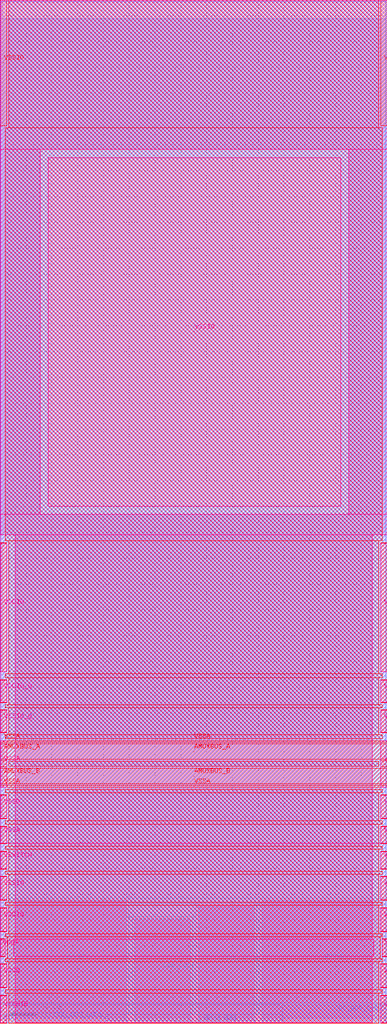
<source format=lef>
VERSION 5.7 ;
  NOWIREEXTENSIONATPIN ON ;
  DIVIDERCHAR "/" ;
  BUSBITCHARS "[]" ;
MACRO sky130_ef_io__vssio_lvc_pad
  CLASS PAD POWER ;
  FOREIGN sky130_ef_io__vssio_lvc_pad ;
  ORIGIN 0.000 0.000 ;
  SIZE 75.000 BY 197.965 ;
  PIN AMUXBUS_A
    DIRECTION INOUT ;
    USE SIGNAL ;
    PORT
      LAYER met4 ;
        RECT 0.000 51.090 75.000 54.070 ;
    END
    PORT
      LAYER met4 ;
        RECT 0.000 51.090 1.270 54.070 ;
    END
  END AMUXBUS_A
  PIN AMUXBUS_B
    DIRECTION INOUT ;
    USE SIGNAL ;
    PORT
      LAYER met4 ;
        RECT 0.000 46.330 75.000 49.310 ;
    END
    PORT
      LAYER met4 ;
        RECT 0.000 46.330 1.270 49.310 ;
    END
  END AMUXBUS_B
  PIN DRN_LVC1
    DIRECTION INOUT ;
    USE POWER ;
    PORT
      LAYER met3 ;
        RECT 26.000 -0.035 36.880 20.185 ;
    END
  END DRN_LVC1
  PIN DRN_LVC2
    DIRECTION INOUT ;
    USE POWER ;
    PORT
      LAYER met3 ;
        RECT 38.380 -0.035 49.255 22.865 ;
    END
  END DRN_LVC2
  PIN SRC_BDY_LVC1
    DIRECTION INOUT ;
    USE GROUND ;
    PORT
      LAYER met2 ;
        RECT 0.500 -0.035 20.495 1.450 ;
    END
  END SRC_BDY_LVC1
  PIN SRC_BDY_LVC2
    DIRECTION INOUT ;
    USE GROUND ;
    PORT
      LAYER met2 ;
        RECT 54.715 -0.035 74.700 3.625 ;
    END
  END SRC_BDY_LVC2
  PIN BDY2_B2B
    DIRECTION INOUT ;
    USE GROUND ;
    PORT
      LAYER met2 ;
        RECT 34.440 -0.035 44.440 0.290 ;
    END
  END BDY2_B2B
  PIN VSSA
    DIRECTION INOUT ;
    USE GROUND ;
    PORT
      LAYER met5 ;
        RECT 73.730 45.700 75.000 54.700 ;
    END
    PORT
      LAYER met5 ;
        RECT 73.730 34.805 75.000 38.050 ;
    END
    PORT
      LAYER met5 ;
        RECT 0.000 45.700 1.270 54.700 ;
    END
    PORT
      LAYER met5 ;
        RECT 0.000 34.805 1.270 38.050 ;
    END
    PORT
      LAYER met4 ;
        RECT 73.730 49.610 75.000 50.790 ;
    END
    PORT
      LAYER met4 ;
        RECT 0.000 54.370 75.000 54.700 ;
    END
    PORT
      LAYER met4 ;
        RECT 0.000 45.700 75.000 46.030 ;
    END
    PORT
      LAYER met4 ;
        RECT 73.730 34.700 75.000 38.150 ;
    END
    PORT
      LAYER met4 ;
        RECT 0.000 45.700 1.270 46.030 ;
    END
    PORT
      LAYER met4 ;
        RECT 0.000 49.610 1.270 50.790 ;
    END
    PORT
      LAYER met4 ;
        RECT 0.000 54.370 1.270 54.700 ;
    END
    PORT
      LAYER met4 ;
        RECT 0.000 34.700 1.270 38.150 ;
    END
  END VSSA
  PIN VDDA
    DIRECTION INOUT ;
    USE POWER ;
    PORT
      LAYER met5 ;
        RECT 74.035 13.000 75.000 16.250 ;
    END
    PORT
      LAYER met5 ;
        RECT 0.000 13.000 0.965 16.250 ;
    END
    PORT
      LAYER met4 ;
        RECT 74.035 12.900 75.000 16.350 ;
    END
    PORT
      LAYER met4 ;
        RECT 0.000 12.900 0.965 16.350 ;
    END
  END VDDA
  PIN VSWITCH
    DIRECTION INOUT ;
    USE POWER ;
    PORT
      LAYER met5 ;
        RECT 73.730 29.950 75.000 33.200 ;
    END
    PORT
      LAYER met5 ;
        RECT 0.000 29.950 1.270 33.200 ;
    END
    PORT
      LAYER met4 ;
        RECT 73.730 29.850 75.000 33.300 ;
    END
    PORT
      LAYER met4 ;
        RECT 0.000 29.850 1.270 33.300 ;
    END
  END VSWITCH
  PIN VDDIO_Q
    DIRECTION INOUT ;
    USE POWER ;
    PORT
      LAYER met5 ;
        RECT 73.730 62.150 75.000 66.400 ;
    END
    PORT
      LAYER met5 ;
        RECT 0.000 62.150 1.270 66.400 ;
    END
    PORT
      LAYER met4 ;
        RECT 73.730 62.050 75.000 66.500 ;
    END
    PORT
      LAYER met4 ;
        RECT 0.000 62.050 1.270 66.500 ;
    END
  END VDDIO_Q
  PIN VCCHIB
    DIRECTION INOUT ;
    USE POWER ;
    PORT
      LAYER met5 ;
        RECT 73.730 0.100 75.000 5.350 ;
    END
    PORT
      LAYER met5 ;
        RECT 0.000 0.100 1.270 5.350 ;
    END
    PORT
      LAYER met4 ;
        RECT 73.730 0.000 75.000 5.450 ;
    END
    PORT
      LAYER met4 ;
        RECT 0.000 0.000 1.270 5.450 ;
    END
  END VCCHIB
  PIN VDDIO
    DIRECTION INOUT ;
    USE POWER ;
    PORT
      LAYER met5 ;
        RECT 73.730 68.000 75.000 92.950 ;
    END
    PORT
      LAYER met5 ;
        RECT 73.730 17.850 75.000 22.300 ;
    END
    PORT
      LAYER met5 ;
        RECT 0.000 68.000 1.270 92.950 ;
    END
    PORT
      LAYER met5 ;
        RECT 0.000 17.850 1.270 22.300 ;
    END
    PORT
      LAYER met4 ;
        RECT 73.730 17.750 75.000 22.400 ;
    END
    PORT
      LAYER met4 ;
        RECT 73.730 68.000 75.000 92.965 ;
    END
    PORT
      LAYER met4 ;
        RECT 0.000 17.750 1.270 22.400 ;
    END
    PORT
      LAYER met4 ;
        RECT 0.000 68.000 1.270 92.965 ;
    END
  END VDDIO
  PIN VCCD
    DIRECTION INOUT ;
    USE POWER ;
    PORT
      LAYER met5 ;
        RECT 73.730 6.950 75.000 11.400 ;
    END
    PORT
      LAYER met5 ;
        RECT 0.000 6.950 1.270 11.400 ;
    END
    PORT
      LAYER met4 ;
        RECT 73.730 6.850 75.000 11.500 ;
    END
    PORT
      LAYER met4 ;
        RECT 0.000 6.850 1.270 11.500 ;
    END
  END VCCD
  PIN VSSIO
    DIRECTION INOUT ;
    USE GROUND ;
    PORT
      LAYER met5 ;
        RECT 9.315 100.105 65.955 167.535 ;
    END
    PORT
      LAYER met3 ;
        RECT 50.755 -0.035 74.700 23.815 ;
    END
    PORT
      LAYER met3 ;
        RECT 0.500 -0.035 24.500 23.815 ;
    END
    PORT
      LAYER met5 ;
        RECT 73.730 23.900 75.000 28.350 ;
    END
    PORT
      LAYER met5 ;
        RECT 0.000 23.900 1.270 28.350 ;
    END
    PORT
      LAYER met4 ;
        RECT 73.730 23.800 75.000 28.450 ;
    END
    PORT
      LAYER met4 ;
        RECT 73.730 173.750 75.000 197.965 ;
    END
    PORT
      LAYER met4 ;
        RECT 0.000 173.750 1.270 197.965 ;
    END
    PORT
      LAYER met4 ;
        RECT 0.000 23.800 1.270 28.450 ;
    END
  END VSSIO
  PIN VSSD
    DIRECTION INOUT ;
    USE GROUND ;
    PORT
      LAYER met5 ;
        RECT 73.730 39.650 75.000 44.100 ;
    END
    PORT
      LAYER met5 ;
        RECT 0.000 39.650 1.270 44.100 ;
    END
    PORT
      LAYER met4 ;
        RECT 73.730 39.550 75.000 44.200 ;
    END
    PORT
      LAYER met4 ;
        RECT 0.000 39.550 1.270 44.200 ;
    END
  END VSSD
  PIN VSSIO_Q
    DIRECTION INOUT ;
    USE GROUND ;
    PORT
      LAYER met5 ;
        RECT 73.730 56.300 75.000 60.550 ;
    END
    PORT
      LAYER met5 ;
        RECT 0.000 56.300 1.270 60.550 ;
    END
    PORT
      LAYER met4 ;
        RECT 73.730 56.200 75.000 60.650 ;
    END
    PORT
      LAYER met4 ;
        RECT 0.000 56.200 1.270 60.650 ;
    END
  END VSSIO_Q
  OBS
      LAYER li1 ;
        RECT 0.240 0.985 74.755 197.745 ;
      LAYER met1 ;
        RECT 0.120 0.000 74.785 197.805 ;
        RECT 16.655 -0.035 25.635 0.000 ;
        POLYGON 25.635 0.000 25.670 0.000 25.635 -0.035 ;
        RECT 26.210 -0.035 27.700 0.000 ;
        POLYGON 28.235 0.000 28.270 0.000 28.270 -0.035 ;
        RECT 28.270 -0.035 56.565 0.000 ;
      LAYER met2 ;
        RECT 0.500 3.905 74.700 194.395 ;
        RECT 0.500 3.625 54.435 3.905 ;
        RECT 0.500 1.730 54.715 3.625 ;
        RECT 20.775 0.570 54.715 1.730 ;
        RECT 20.775 0.005 34.160 0.570 ;
        RECT 44.720 0.005 54.715 0.570 ;
        RECT 20.775 0.000 34.440 0.005 ;
        RECT 20.925 -0.035 34.440 0.000 ;
        RECT 44.440 0.000 54.715 0.005 ;
        RECT 44.440 -0.035 53.535 0.000 ;
        RECT 54.095 -0.035 54.715 0.000 ;
      LAYER met3 ;
        RECT 0.490 24.215 74.700 197.965 ;
        RECT 24.900 23.265 50.355 24.215 ;
        RECT 24.900 20.585 37.980 23.265 ;
        RECT 24.900 1.695 25.600 20.585 ;
        RECT 37.280 1.695 37.980 20.585 ;
        RECT 49.655 1.695 50.355 23.265 ;
      LAYER met4 ;
        RECT 1.670 173.350 73.330 197.965 ;
        RECT 0.965 93.365 74.035 173.350 ;
        RECT 1.670 67.600 73.330 93.365 ;
        RECT 0.965 66.900 74.035 67.600 ;
        RECT 1.670 61.650 73.330 66.900 ;
        RECT 0.965 61.050 74.035 61.650 ;
        RECT 1.670 55.800 73.330 61.050 ;
        RECT 0.965 55.100 74.035 55.800 ;
        RECT 1.670 49.710 73.330 50.690 ;
        RECT 0.965 44.600 74.035 45.300 ;
        RECT 1.670 39.150 73.330 44.600 ;
        RECT 0.965 38.550 74.035 39.150 ;
        RECT 1.670 34.300 73.330 38.550 ;
        RECT 0.965 33.700 74.035 34.300 ;
        RECT 1.670 29.450 73.330 33.700 ;
        RECT 0.965 28.850 74.035 29.450 ;
        RECT 1.670 23.400 73.330 28.850 ;
        RECT 0.965 22.800 74.035 23.400 ;
        RECT 1.670 17.350 73.330 22.800 ;
        RECT 0.965 16.750 74.035 17.350 ;
        RECT 1.365 12.500 73.635 16.750 ;
        RECT 0.965 11.900 74.035 12.500 ;
        RECT 1.670 6.450 73.330 11.900 ;
        RECT 0.965 5.850 74.035 6.450 ;
        RECT 1.670 0.000 73.330 5.850 ;
      LAYER met5 ;
        RECT 0.000 169.135 75.000 197.965 ;
        RECT 0.000 98.505 7.715 169.135 ;
        RECT 67.555 98.505 75.000 169.135 ;
        RECT 0.000 94.550 75.000 98.505 ;
        RECT 2.870 34.805 72.130 94.550 ;
        RECT 0.000 34.800 75.000 34.805 ;
        RECT 2.870 16.250 72.130 34.800 ;
        RECT 2.565 13.000 72.435 16.250 ;
        RECT 2.870 0.100 72.130 13.000 ;
  END
END sky130_ef_io__vssio_lvc_pad
END LIBRARY


</source>
